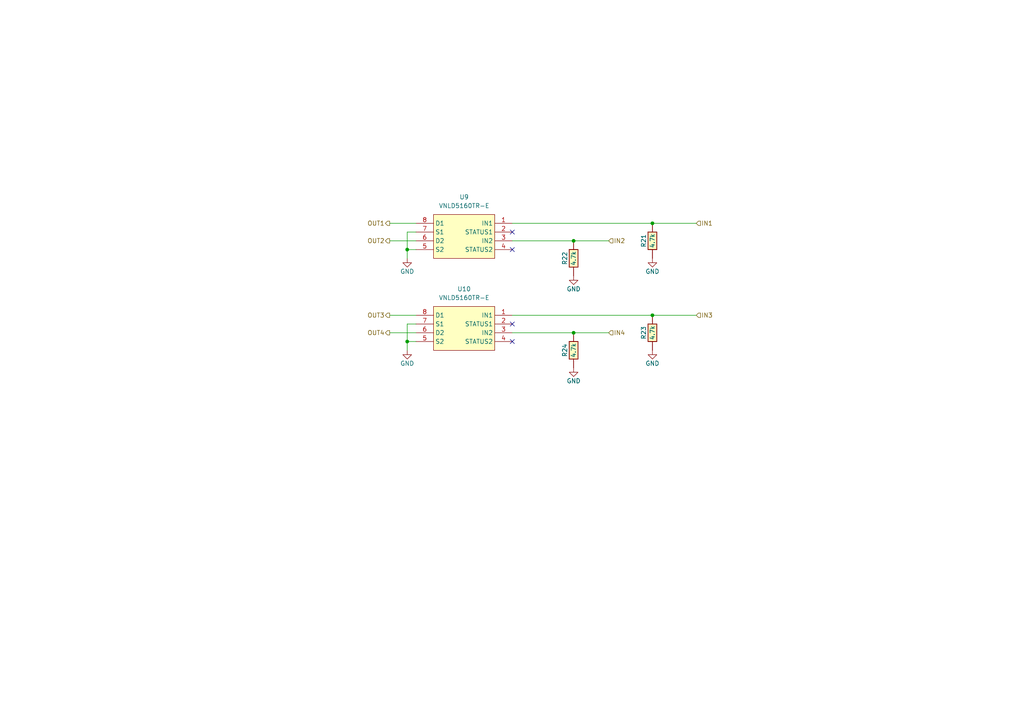
<source format=kicad_sch>
(kicad_sch (version 20231120) (generator "eeschema") (generator_version "8.0")
  (paper "A4")
  (title_block (title "UAEFI") (date "2024-08-15") (rev "D") (company "rusEFI.com"))
  (lib_symbols
    (symbol "chips:VNLD5160"
      (property "Reference" "U" (at 6.35 3.81 0))
      (property "Value" "VNLD5160TR-E" (at 12.7 -11.43 0))
      (symbol "VNLD5160_1_1"
        (rectangle (start 5.08 2.54) (end 22.86 -10.16) (fill (type background)))
        (pin input line (at 0 0 0) (length 5.08) (name "IN1") (number "1"))
        (pin open_collector line (at 0 -2.54 0) (length 5.08) (name "STATUS1") (number "2"))
        (pin input line (at 0 -5.08 0) (length 5.08) (name "IN2") (number "3"))
        (pin open_collector line (at 0 -7.62 0) (length 5.08) (name "STATUS2") (number "4"))
        (pin power_in line (at 27.94 -7.62 180) (length 5.08) (name "S2") (number "5"))
        (pin power_out line (at 27.94 -5.08 180) (length 5.08) (name "D2") (number "6"))
        (pin power_in line (at 27.94 -2.54 180) (length 5.08) (name "S1") (number "7"))
        (pin power_out line (at 27.94 0 180) (length 5.08) (name "D1") (number "8"))
      )
    )
    (symbol "hellen-one-common:Res" (pin_numbers hide)
      (property "Reference" "R" (at 3.81 2.54 0))
      (property "Value" "Res" (at 5.08 -2.54 0))
      (symbol "Res_1_0"
        (rectangle (start 2.54 -1.27) (end 7.62 1.27) (stroke (width 0.254)) (fill (type background)))
        (pin passive line (at 0 0 0) (length 2.54) (name "") (number "1"))
        (pin passive line (at 10.16 0 180) (length 2.54) (name "") (number "2"))
      )
    )
    (symbol "power:GND" (power) (pin_names (offset 0))
      (property "Value" "GND" (at 0 -3.81 0))
      (symbol "GND_0_1"
        (polyline (pts (xy 0 0) (xy 0 -1.27) (xy 1.27 -1.27) (xy 0 -2.54) (xy -1.27 -1.27) (xy 0 -1.27)))
      )
      (symbol "GND_1_1"
        (pin power_in line (at 0 0 270) (length 0) hide (name "GND") (number "1"))
      )
    )
  )
  (junction (at 189.23 91.44))
  (junction (at 166.37 96.52))
  (junction (at 166.37 69.85))
  (junction (at 118.11 72.39))
  (junction (at 189.23 64.77))
  (junction (at 118.11 99.06))
  (no_connect (at 148.59 93.98))
  (no_connect (at 148.59 72.39))
  (no_connect (at 148.59 99.06))
  (no_connect (at 148.59 67.31))
  (wire (pts (xy 118.11 99.06) (xy 118.11 93.98)))
  (wire (pts (xy 118.11 101.6) (xy 118.11 99.06)))
  (wire (pts (xy 113.03 69.85) (xy 120.65 69.85)))
  (wire (pts (xy 118.11 72.39) (xy 118.11 67.31)))
  (wire (pts (xy 148.59 64.77) (xy 189.23 64.77)))
  (wire (pts (xy 113.03 64.77) (xy 120.65 64.77)))
  (wire (pts (xy 118.11 67.31) (xy 120.65 67.31)))
  (wire (pts (xy 148.59 69.85) (xy 166.37 69.85)))
  (wire (pts (xy 166.37 96.52) (xy 176.53 96.52)))
  (wire (pts (xy 118.11 99.06) (xy 120.65 99.06)))
  (wire (pts (xy 189.23 64.77) (xy 201.93 64.77)))
  (wire (pts (xy 189.23 91.44) (xy 201.93 91.44)))
  (wire (pts (xy 113.03 96.52) (xy 120.65 96.52)))
  (wire (pts (xy 118.11 72.39) (xy 120.65 72.39)))
  (wire (pts (xy 166.37 69.85) (xy 176.53 69.85)))
  (wire (pts (xy 113.03 91.44) (xy 120.65 91.44)))
  (wire (pts (xy 118.11 74.93) (xy 118.11 72.39)))
  (wire (pts (xy 148.59 96.52) (xy 166.37 96.52)))
  (wire (pts (xy 118.11 93.98) (xy 120.65 93.98)))
  (wire (pts (xy 148.59 91.44) (xy 189.23 91.44)))
  (hierarchical_label "OUT3" (shape output) (at 113.03 91.44 180))
  (hierarchical_label "OUT1" (shape output) (at 113.03 64.77 180))
  (hierarchical_label "IN4" (shape input) (at 176.53 96.52 0))
  (hierarchical_label "IN2" (shape input) (at 176.53 69.85 0))
  (hierarchical_label "IN1" (shape input) (at 201.93 64.77 0))
  (hierarchical_label "IN3" (shape input) (at 201.93 91.44 0))
  (hierarchical_label "OUT2" (shape output) (at 113.03 69.85 180))
  (hierarchical_label "OUT4" (shape output) (at 113.03 96.52 180))
  (symbol (lib_id "power:GND") (at 166.37 80.01 0) (unit 1)
    (property "Reference" "#PWR072" (effects (hide yes)))
    (property "Value" "GND" (at 166.37 83.82 0))
  )
  (symbol (lib_id "power:GND") (at 118.11 101.6 0) (mirror y) (unit 1)
    (property "Reference" "#PWR068" (effects (hide yes)))
    (property "Value" "GND" (at 118.11 105.41 0))
  )
  (symbol (lib_id "chips:VNLD5160") (at 148.59 64.77 0) (mirror y) (unit 1)
    (property "Reference" "U9" (at 134.62 57.15 0))
    (property "Value" "VNLD5160TR-E" (at 134.62 59.69 0))
    (property "Footprint" "Package_SO:SOIC-8_3.9x4.9mm_P1.27mm" (effects (hide yes)))
    (property "LCSC" "C377942" (effects (hide yes)))
  )
  (symbol (lib_id "hellen-one-common:Res") (at 189.23 101.6 90) (unit 1)
    (property "Reference" "R23" (at 186.69 96.52 0))
    (property "Value" "4.7k" (at 189.23 96.52 0))
    (property "Footprint" "hellen-one-common:R0603" (effects (hide yes)))
    (property "LCSC" "C23162" (effects (hide yes)))
  )
  (symbol (lib_id "chips:VNLD5160") (at 148.59 91.44 0) (mirror y) (unit 1)
    (property "Reference" "U10" (at 134.62 83.82 0))
    (property "Value" "VNLD5160TR-E" (at 134.62 86.36 0))
    (property "Footprint" "Package_SO:SOIC-8_3.9x4.9mm_P1.27mm" (effects (hide yes)))
    (property "LCSC" "C377942" (effects (hide yes)))
  )
  (symbol (lib_id "power:GND") (at 166.37 106.68 0) (unit 1)
    (property "Reference" "#PWR0145" (effects (hide yes)))
    (property "Value" "GND" (at 166.37 110.49 0))
  )
  (symbol (lib_id "power:GND") (at 189.23 74.93 0) (unit 1)
    (property "Reference" "#PWR0143" (effects (hide yes)))
    (property "Value" "GND" (at 189.23 78.74 0))
  )
  (symbol (lib_id "power:GND") (at 189.23 101.6 0) (unit 1)
    (property "Reference" "#PWR0144" (effects (hide yes)))
    (property "Value" "GND" (at 189.23 105.41 0))
  )
  (symbol (lib_id "hellen-one-common:Res") (at 166.37 80.01 90) (unit 1)
    (property "Reference" "R22" (at 163.83 74.93 0))
    (property "Value" "4.7k" (at 166.37 74.93 0))
    (property "Footprint" "hellen-one-common:R0603" (effects (hide yes)))
    (property "LCSC" "C23162" (effects (hide yes)))
  )
  (symbol (lib_id "hellen-one-common:Res") (at 166.37 106.68 90) (unit 1)
    (property "Reference" "R24" (at 163.83 101.6 0))
    (property "Value" "4.7k" (at 166.37 101.6 0))
    (property "Footprint" "hellen-one-common:R0603" (effects (hide yes)))
    (property "LCSC" "C23162" (effects (hide yes)))
  )
  (symbol (lib_id "hellen-one-common:Res") (at 189.23 74.93 90) (unit 1)
    (property "Reference" "R21" (at 186.69 69.85 0))
    (property "Value" "4.7k" (at 189.23 69.85 0))
    (property "Footprint" "hellen-one-common:R0603" (effects (hide yes)))
    (property "LCSC" "C23162" (effects (hide yes)))
  )
  (symbol (lib_id "power:GND") (at 118.11 74.93 0) (mirror y) (unit 1)
    (property "Reference" "#PWR067" (effects (hide yes)))
    (property "Value" "GND" (at 118.11 78.74 0))
  )
)
</source>
